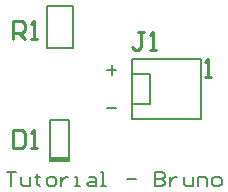
<source format=gto>
G04*
G04 #@! TF.GenerationSoftware,Altium Limited,Altium Designer,18.1.7 (191)*
G04*
G04 Layer_Color=65535*
%FSLAX25Y25*%
%MOIN*%
G70*
G01*
G75*
%ADD10C,0.00787*%
%ADD11C,0.01000*%
%ADD12R,0.06299X0.01575*%
D10*
X22835Y16142D02*
Y29921D01*
X16535D02*
X22835D01*
X16535Y16142D02*
Y29921D01*
Y16142D02*
X22835D01*
X24016Y53937D02*
Y68110D01*
X15354D02*
X24016D01*
X15354Y53937D02*
Y68110D01*
Y53937D02*
X24016D01*
X43618Y35276D02*
X49618D01*
Y45276D01*
X43618D02*
X49618D01*
X43618Y50276D02*
X66618D01*
X43618Y30276D02*
Y50276D01*
Y30276D02*
X66618D01*
Y50276D01*
X1969Y12597D02*
X5117D01*
X3543D01*
Y7874D01*
X6691Y11023D02*
Y8661D01*
X7479Y7874D01*
X9840D01*
Y11023D01*
X12201Y11810D02*
Y11023D01*
X11414D01*
X12989D01*
X12201D01*
Y8661D01*
X12989Y7874D01*
X16137D02*
X17711D01*
X18499Y8661D01*
Y10236D01*
X17711Y11023D01*
X16137D01*
X15350Y10236D01*
Y8661D01*
X16137Y7874D01*
X20073Y11023D02*
Y7874D01*
Y9448D01*
X20860Y10236D01*
X21647Y11023D01*
X22434D01*
X24796Y7874D02*
X26370D01*
X25583D01*
Y11023D01*
X24796D01*
X29519D02*
X31093D01*
X31880Y10236D01*
Y7874D01*
X29519D01*
X28732Y8661D01*
X29519Y9448D01*
X31880D01*
X33454Y7874D02*
X35029D01*
X34242D01*
Y12597D01*
X33454D01*
X42113Y10236D02*
X45262D01*
X51559Y12597D02*
Y7874D01*
X53920D01*
X54707Y8661D01*
Y9448D01*
X53920Y10236D01*
X51559D01*
X53920D01*
X54707Y11023D01*
Y11810D01*
X53920Y12597D01*
X51559D01*
X56282Y11023D02*
Y7874D01*
Y9448D01*
X57069Y10236D01*
X57856Y11023D01*
X58643D01*
X61005D02*
Y8661D01*
X61792Y7874D01*
X64153D01*
Y11023D01*
X65727Y7874D02*
Y11023D01*
X68089D01*
X68876Y10236D01*
Y7874D01*
X71237D02*
X72812D01*
X73599Y8661D01*
Y10236D01*
X72812Y11023D01*
X71237D01*
X70450Y10236D01*
Y8661D01*
X71237Y7874D01*
X35433Y33858D02*
X38582D01*
X35433Y46637D02*
X38582D01*
X37007Y48211D02*
Y45063D01*
D11*
X68118Y44276D02*
X70117D01*
X69118D01*
Y50274D01*
X68118Y49274D01*
X47617Y59148D02*
X45617D01*
X46617D01*
Y54149D01*
X45617Y53150D01*
X44618D01*
X43618Y54149D01*
X49616Y53150D02*
X51616D01*
X50616D01*
Y59148D01*
X49616Y58148D01*
X3937Y26471D02*
Y20472D01*
X6936D01*
X7936Y21472D01*
Y25471D01*
X6936Y26471D01*
X3937D01*
X9935Y20472D02*
X11934D01*
X10935D01*
Y26471D01*
X9935Y25471D01*
X3937Y57087D02*
Y63085D01*
X6936D01*
X7936Y62085D01*
Y60086D01*
X6936Y59086D01*
X3937D01*
X5936D02*
X7936Y57087D01*
X9935D02*
X11934D01*
X10935D01*
Y63085D01*
X9935Y62085D01*
D12*
X19685Y16929D02*
D03*
M02*

</source>
